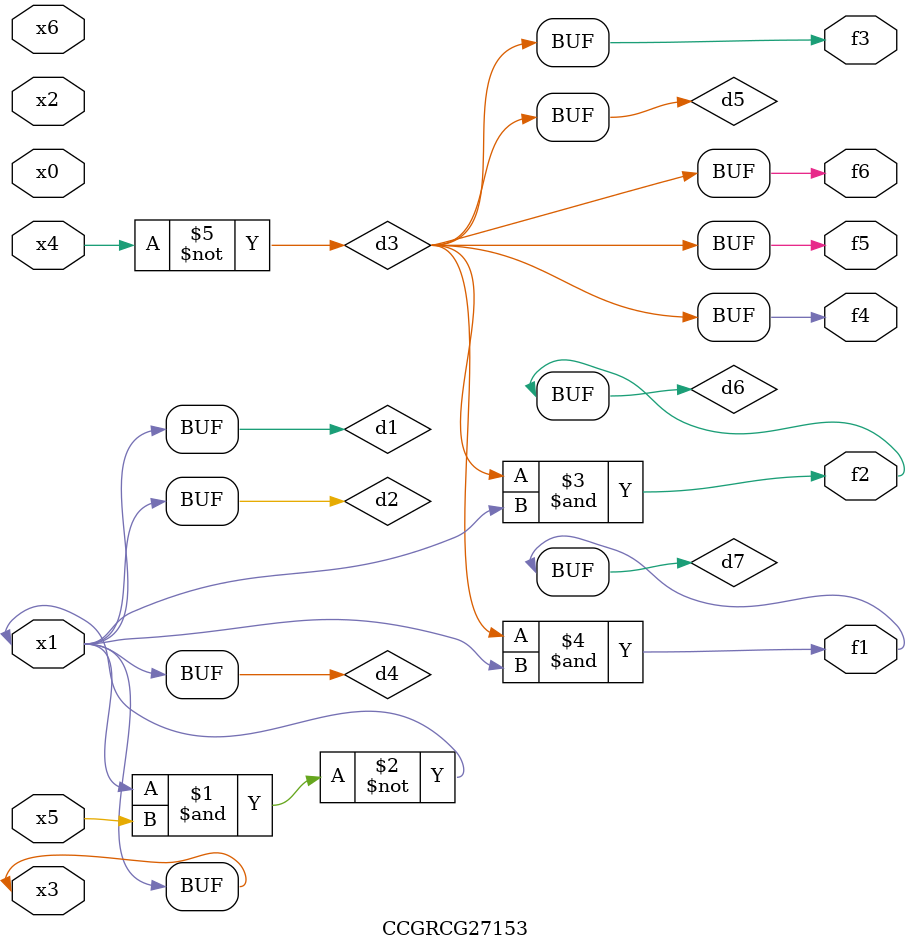
<source format=v>
module CCGRCG27153(
	input x0, x1, x2, x3, x4, x5, x6,
	output f1, f2, f3, f4, f5, f6
);

	wire d1, d2, d3, d4, d5, d6, d7;

	buf (d1, x1, x3);
	nand (d2, x1, x5);
	not (d3, x4);
	buf (d4, d1, d2);
	buf (d5, d3);
	and (d6, d3, d4);
	and (d7, d3, d4);
	assign f1 = d7;
	assign f2 = d6;
	assign f3 = d5;
	assign f4 = d5;
	assign f5 = d5;
	assign f6 = d5;
endmodule

</source>
